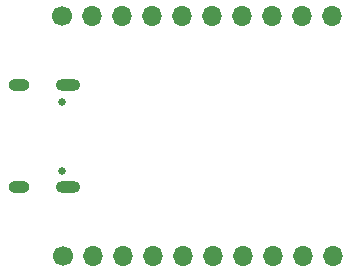
<source format=gbr>
%TF.GenerationSoftware,KiCad,Pcbnew,8.0.2*%
%TF.CreationDate,2025-03-04T21:54:34+01:00*%
%TF.ProjectId,USB-C_PD_Module,5553422d-435f-4504-945f-4d6f64756c65,rev?*%
%TF.SameCoordinates,Original*%
%TF.FileFunction,Soldermask,Bot*%
%TF.FilePolarity,Negative*%
%FSLAX46Y46*%
G04 Gerber Fmt 4.6, Leading zero omitted, Abs format (unit mm)*
G04 Created by KiCad (PCBNEW 8.0.2) date 2025-03-04 21:54:34*
%MOMM*%
%LPD*%
G01*
G04 APERTURE LIST*
%ADD10C,1.700000*%
%ADD11O,1.700000X1.700000*%
%ADD12C,0.650000*%
%ADD13O,2.100000X1.000000*%
%ADD14O,1.800000X1.000000*%
G04 APERTURE END LIST*
D10*
%TO.C,J3*%
X147009600Y-99370401D03*
D11*
X149549600Y-99370401D03*
X152089600Y-99370401D03*
X154629600Y-99370401D03*
X157169600Y-99370401D03*
X159709600Y-99370401D03*
X162249600Y-99370401D03*
X164789600Y-99370401D03*
X167329600Y-99370401D03*
X169869600Y-99370401D03*
%TD*%
D12*
%TO.C,J1*%
X147009600Y-106640401D03*
X147009600Y-112420401D03*
D13*
X147509600Y-105210401D03*
D14*
X143329600Y-105210401D03*
D13*
X147509600Y-113850401D03*
D14*
X143329600Y-113850401D03*
%TD*%
D10*
%TO.C,J2*%
X147014600Y-119690401D03*
D11*
X149554600Y-119690401D03*
X152094600Y-119690401D03*
X154634600Y-119690401D03*
X157174600Y-119690401D03*
X159714600Y-119690401D03*
X162254600Y-119690401D03*
X164794600Y-119690401D03*
X167334600Y-119690401D03*
X169874600Y-119690401D03*
%TD*%
M02*

</source>
